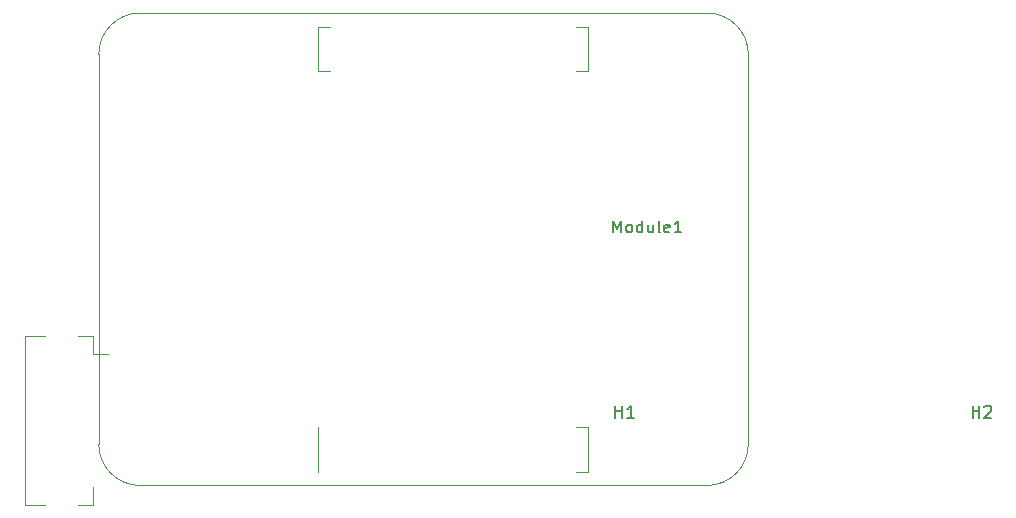
<source format=gbr>
%TF.GenerationSoftware,KiCad,Pcbnew,(5.99.0-10407-g1e8b23402c)*%
%TF.CreationDate,2021-06-04T12:53:15-06:00*%
%TF.ProjectId,lobby,6c6f6262-792e-46b6-9963-61645f706362,rev?*%
%TF.SameCoordinates,Original*%
%TF.FileFunction,Legend,Top*%
%TF.FilePolarity,Positive*%
%FSLAX46Y46*%
G04 Gerber Fmt 4.6, Leading zero omitted, Abs format (unit mm)*
G04 Created by KiCad (PCBNEW (5.99.0-10407-g1e8b23402c)) date 2021-06-04 12:53:15*
%MOMM*%
%LPD*%
G01*
G04 APERTURE LIST*
%ADD10C,0.150000*%
%ADD11C,0.120000*%
G04 APERTURE END LIST*
D10*
%TO.C,H1*%
X68988095Y-59752380D02*
X68988095Y-58752380D01*
X68988095Y-59228571D02*
X69559523Y-59228571D01*
X69559523Y-59752380D02*
X69559523Y-58752380D01*
X70559523Y-59752380D02*
X69988095Y-59752380D01*
X70273809Y-59752380D02*
X70273809Y-58752380D01*
X70178571Y-58895238D01*
X70083333Y-58990476D01*
X69988095Y-59038095D01*
%TO.C,H2*%
X99238095Y-59752380D02*
X99238095Y-58752380D01*
X99238095Y-59228571D02*
X99809523Y-59228571D01*
X99809523Y-59752380D02*
X99809523Y-58752380D01*
X100238095Y-58847619D02*
X100285714Y-58800000D01*
X100380952Y-58752380D01*
X100619047Y-58752380D01*
X100714285Y-58800000D01*
X100761904Y-58847619D01*
X100809523Y-58942857D01*
X100809523Y-59038095D01*
X100761904Y-59180952D01*
X100190476Y-59752380D01*
X100809523Y-59752380D01*
%TO.C,Module1*%
X68812857Y-44072380D02*
X68812857Y-43072380D01*
X69146190Y-43786666D01*
X69479523Y-43072380D01*
X69479523Y-44072380D01*
X70098571Y-44072380D02*
X70003333Y-44024761D01*
X69955714Y-43977142D01*
X69908095Y-43881904D01*
X69908095Y-43596190D01*
X69955714Y-43500952D01*
X70003333Y-43453333D01*
X70098571Y-43405714D01*
X70241428Y-43405714D01*
X70336666Y-43453333D01*
X70384285Y-43500952D01*
X70431904Y-43596190D01*
X70431904Y-43881904D01*
X70384285Y-43977142D01*
X70336666Y-44024761D01*
X70241428Y-44072380D01*
X70098571Y-44072380D01*
X71289047Y-44072380D02*
X71289047Y-43072380D01*
X71289047Y-44024761D02*
X71193809Y-44072380D01*
X71003333Y-44072380D01*
X70908095Y-44024761D01*
X70860476Y-43977142D01*
X70812857Y-43881904D01*
X70812857Y-43596190D01*
X70860476Y-43500952D01*
X70908095Y-43453333D01*
X71003333Y-43405714D01*
X71193809Y-43405714D01*
X71289047Y-43453333D01*
X72193809Y-43405714D02*
X72193809Y-44072380D01*
X71765238Y-43405714D02*
X71765238Y-43929523D01*
X71812857Y-44024761D01*
X71908095Y-44072380D01*
X72050952Y-44072380D01*
X72146190Y-44024761D01*
X72193809Y-43977142D01*
X72812857Y-44072380D02*
X72717619Y-44024761D01*
X72670000Y-43929523D01*
X72670000Y-43072380D01*
X73574761Y-44024761D02*
X73479523Y-44072380D01*
X73289047Y-44072380D01*
X73193809Y-44024761D01*
X73146190Y-43929523D01*
X73146190Y-43548571D01*
X73193809Y-43453333D01*
X73289047Y-43405714D01*
X73479523Y-43405714D01*
X73574761Y-43453333D01*
X73622380Y-43548571D01*
X73622380Y-43643809D01*
X73146190Y-43739047D01*
X74574761Y-44072380D02*
X74003333Y-44072380D01*
X74289047Y-44072380D02*
X74289047Y-43072380D01*
X74193809Y-43215238D01*
X74098571Y-43310476D01*
X74003333Y-43358095D01*
D11*
%TO.C,J4*%
X19000000Y-67150000D02*
X20740000Y-67150000D01*
X24800000Y-52850000D02*
X23460000Y-52850000D01*
X24800000Y-54340000D02*
X26000000Y-54340000D01*
X24800000Y-67150000D02*
X23460000Y-67150000D01*
X24800000Y-54340000D02*
X24800000Y-52850000D01*
X19000000Y-52850000D02*
X19000000Y-67150000D01*
X20740000Y-52850000D02*
X19000000Y-52850000D01*
X24800000Y-65660000D02*
X24800000Y-67150000D01*
%TO.C,Module1*%
X43850000Y-30430000D02*
X44850000Y-30430000D01*
X66650000Y-60570000D02*
X65650000Y-60570000D01*
X43850000Y-26650000D02*
X44850000Y-26650000D01*
X66650000Y-64350000D02*
X65650000Y-64350000D01*
X76750000Y-25500000D02*
X28750000Y-25500000D01*
X66650000Y-26650000D02*
X65650000Y-26650000D01*
X66650000Y-30430000D02*
X65650000Y-30430000D01*
X43850000Y-30430000D02*
X43850000Y-26650000D01*
X80250000Y-62000000D02*
X80250000Y-29000000D01*
X43850000Y-64350000D02*
X43850000Y-60570000D01*
X25250000Y-29000000D02*
X25250000Y-62000000D01*
X66650000Y-30430000D02*
X66650000Y-26650000D01*
X28750000Y-65500000D02*
X76750000Y-65500000D01*
X66650000Y-64350000D02*
X66650000Y-60570000D01*
X80250000Y-62000000D02*
G75*
G02*
X76750000Y-65500000I-3500000J0D01*
G01*
X76750000Y-25500000D02*
G75*
G02*
X80250000Y-29000000I0J-3500000D01*
G01*
X28750000Y-65500000D02*
G75*
G02*
X25250000Y-62000000I0J3500000D01*
G01*
X25250000Y-29000000D02*
G75*
G02*
X28750000Y-25500000I3500000J0D01*
G01*
%TD*%
M02*

</source>
